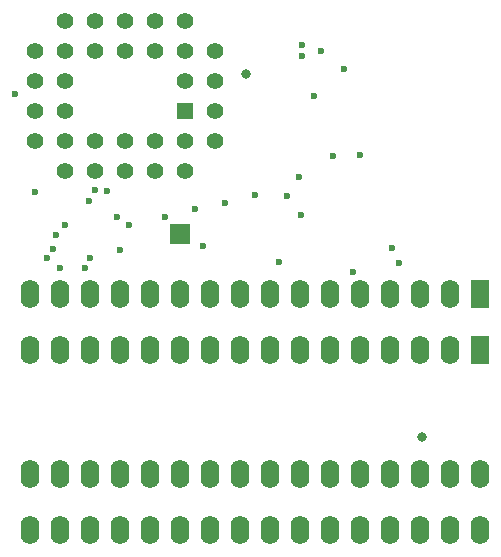
<source format=gbr>
%TF.GenerationSoftware,KiCad,Pcbnew,8.0.1-8.0.1-1~ubuntu22.04.1*%
%TF.CreationDate,2024-03-26T21:41:53+01:00*%
%TF.ProjectId,flash,666c6173-682e-46b6-9963-61645f706362,rev?*%
%TF.SameCoordinates,Original*%
%TF.FileFunction,Copper,L2,Inr*%
%TF.FilePolarity,Positive*%
%FSLAX46Y46*%
G04 Gerber Fmt 4.6, Leading zero omitted, Abs format (unit mm)*
G04 Created by KiCad (PCBNEW 8.0.1-8.0.1-1~ubuntu22.04.1) date 2024-03-26 21:41:53*
%MOMM*%
%LPD*%
G01*
G04 APERTURE LIST*
%TA.AperFunction,ComponentPad*%
%ADD10R,1.422400X1.422400*%
%TD*%
%TA.AperFunction,ComponentPad*%
%ADD11C,1.422400*%
%TD*%
%TA.AperFunction,ComponentPad*%
%ADD12R,1.600000X2.400000*%
%TD*%
%TA.AperFunction,ComponentPad*%
%ADD13O,1.600000X2.400000*%
%TD*%
%TA.AperFunction,ComponentPad*%
%ADD14R,1.700000X1.700000*%
%TD*%
%TA.AperFunction,ViaPad*%
%ADD15C,0.800000*%
%TD*%
%TA.AperFunction,ViaPad*%
%ADD16C,0.600000*%
%TD*%
G04 APERTURE END LIST*
D10*
%TO.N,/A18*%
%TO.C,U2*%
X214426800Y-168656000D03*
D11*
%TO.N,/A16*%
X216966800Y-166116000D03*
%TO.N,/A15*%
X214426800Y-166116000D03*
%TO.N,/A12*%
X216966800Y-163576000D03*
%TO.N,/A7*%
X214426800Y-161036000D03*
%TO.N,/A6*%
X214426800Y-163576000D03*
%TO.N,/A5*%
X211886800Y-161036000D03*
%TO.N,/A4*%
X211886800Y-163576000D03*
%TO.N,/A3*%
X209346800Y-161036000D03*
%TO.N,/A2*%
X209346800Y-163576000D03*
%TO.N,/A1*%
X206806800Y-161036000D03*
%TO.N,/A0*%
X206806800Y-163576000D03*
%TO.N,/D0*%
X204266800Y-161036000D03*
%TO.N,/D1*%
X201726800Y-163576000D03*
%TO.N,/D2*%
X204266800Y-163576000D03*
%TO.N,GND*%
X201726800Y-166116000D03*
%TO.N,/D3*%
X204266800Y-166116000D03*
%TO.N,/D4*%
X201726800Y-168656000D03*
%TO.N,/D5*%
X204266800Y-168656000D03*
%TO.N,/D6*%
X201726800Y-171196000D03*
%TO.N,/D7*%
X204266800Y-173736000D03*
%TO.N,/~{CS_ROM}*%
X204266800Y-171196000D03*
%TO.N,/A10*%
X206806800Y-173736000D03*
%TO.N,/~{OE}*%
X206806800Y-171196000D03*
%TO.N,/A11*%
X209346800Y-173736000D03*
%TO.N,/A9*%
X209346800Y-171196000D03*
%TO.N,/A8*%
X211886800Y-173736000D03*
%TO.N,/A13*%
X211886800Y-171196000D03*
%TO.N,/A14*%
X214426800Y-173736000D03*
%TO.N,/A17*%
X216966800Y-171196000D03*
%TO.N,/~{WE}*%
X214426800Y-171196000D03*
%TO.N,VCC*%
X216966800Y-168656000D03*
%TD*%
D12*
%TO.N,/A18*%
%TO.C,U1*%
X239395000Y-184150000D03*
D13*
%TO.N,/A16*%
X236855000Y-184150000D03*
%TO.N,/A14*%
X234315000Y-184150000D03*
%TO.N,/A12*%
X231775000Y-184150000D03*
%TO.N,/A7*%
X229235000Y-184150000D03*
%TO.N,/A6*%
X226695000Y-184150000D03*
%TO.N,/A5*%
X224155000Y-184150000D03*
%TO.N,/A4*%
X221615000Y-184150000D03*
%TO.N,/A3*%
X219075000Y-184150000D03*
%TO.N,/A2*%
X216535000Y-184150000D03*
%TO.N,/A1*%
X213995000Y-184150000D03*
%TO.N,/A0*%
X211455000Y-184150000D03*
%TO.N,/D0*%
X208915000Y-184150000D03*
%TO.N,/D1*%
X206375000Y-184150000D03*
%TO.N,/D2*%
X203835000Y-184150000D03*
%TO.N,GND*%
X201295000Y-184150000D03*
%TO.N,/D3*%
X201295000Y-199390000D03*
%TO.N,/D4*%
X203835000Y-199390000D03*
%TO.N,/D5*%
X206375000Y-199390000D03*
%TO.N,/D6*%
X208915000Y-199390000D03*
%TO.N,/D7*%
X211455000Y-199390000D03*
%TO.N,/~{CE}*%
X213995000Y-199390000D03*
%TO.N,/A10*%
X216535000Y-199390000D03*
%TO.N,/~{OE}*%
X219075000Y-199390000D03*
%TO.N,/A11*%
X221615000Y-199390000D03*
%TO.N,/A9*%
X224155000Y-199390000D03*
%TO.N,/A8*%
X226695000Y-199390000D03*
%TO.N,/A13*%
X229235000Y-199390000D03*
%TO.N,/~{WE}*%
X231775000Y-199390000D03*
%TO.N,/A17*%
X234315000Y-199390000D03*
%TO.N,/A15*%
X236855000Y-199390000D03*
%TO.N,VCC*%
X239395000Y-199390000D03*
%TD*%
%TO.N,VCC*%
%TO.C,U3*%
X239369600Y-204090000D03*
%TO.N,/A15*%
X236829600Y-204090000D03*
%TO.N,/A17*%
X234289600Y-204090000D03*
%TO.N,/~{WE}*%
X231749600Y-204090000D03*
%TO.N,/A13*%
X229209600Y-204090000D03*
%TO.N,/A8*%
X226669600Y-204090000D03*
%TO.N,/A9*%
X224129600Y-204090000D03*
%TO.N,/A11*%
X221589600Y-204090000D03*
%TO.N,/~{OE}*%
X219049600Y-204090000D03*
%TO.N,/A10*%
X216509600Y-204090000D03*
%TO.N,/~{CE}*%
X213969600Y-204090000D03*
%TO.N,/D7*%
X211429600Y-204090000D03*
%TO.N,/D6*%
X208889600Y-204090000D03*
%TO.N,/D5*%
X206349600Y-204090000D03*
%TO.N,/D4*%
X203809600Y-204090000D03*
%TO.N,/D3*%
X201269600Y-204090000D03*
%TO.N,GND*%
X201269600Y-188850000D03*
%TO.N,/D2*%
X203809600Y-188850000D03*
%TO.N,/D1*%
X206349600Y-188850000D03*
%TO.N,/D0*%
X208889600Y-188850000D03*
%TO.N,/A0*%
X211429600Y-188850000D03*
%TO.N,/A1*%
X213969600Y-188850000D03*
%TO.N,/A2*%
X216509600Y-188850000D03*
%TO.N,/A3*%
X219049600Y-188850000D03*
%TO.N,/A4*%
X221589600Y-188850000D03*
%TO.N,/A5*%
X224129600Y-188850000D03*
%TO.N,/A6*%
X226669600Y-188850000D03*
%TO.N,/A7*%
X229209600Y-188850000D03*
%TO.N,/A12*%
X231749600Y-188850000D03*
%TO.N,/A14*%
X234289600Y-188850000D03*
%TO.N,/A16*%
X236829600Y-188850000D03*
D12*
%TO.N,/A18*%
X239369600Y-188850000D03*
%TD*%
D14*
%TO.N,/~{CS_ROM}*%
%TO.C,CS_ROM*%
X213995000Y-179070000D03*
%TD*%
D15*
%TO.N,GND*%
X234442000Y-196215000D03*
D16*
%TO.N,/A15*%
X225298000Y-167386000D03*
%TO.N,/A7*%
X225948001Y-163576000D03*
%TO.N,/A12*%
X227895000Y-165100000D03*
%TO.N,/A6*%
X224286000Y-163957000D03*
%TO.N,/A5*%
X224282000Y-163068000D03*
%TO.N,/A15*%
X228600000Y-182245000D03*
%TO.N,/A17*%
X229209600Y-172364400D03*
%TO.N,/~{WE}*%
X226949000Y-172466000D03*
%TO.N,/A13*%
X224028000Y-174244000D03*
%TO.N,/A8*%
X224194755Y-177425997D03*
%TO.N,/A16*%
X232562400Y-181508408D03*
X222351600Y-181457600D03*
%TO.N,/A14*%
X231902000Y-180212996D03*
X215950800Y-180086000D03*
%TO.N,/A9*%
X223062800Y-175869600D03*
D15*
%TO.N,GND*%
X219583000Y-165481000D03*
D16*
%TO.N,/A11*%
X220370398Y-175768000D03*
%TO.N,/A1*%
X212750400Y-177596800D03*
X208686400Y-177596800D03*
%TO.N,/A10*%
X215300800Y-176910996D03*
X206303434Y-176249728D03*
%TO.N,/~{OE}*%
X207822800Y-175412400D03*
X217779600Y-176418000D03*
%TO.N,/D7*%
X204266800Y-178308000D03*
X209651600Y-178308000D03*
%TO.N,/D6*%
X201726800Y-175514000D03*
X206806800Y-175358968D03*
%TO.N,/D3*%
X200063800Y-167216620D03*
%TO.N,/D2*%
X203860400Y-181965600D03*
X205928000Y-181965600D03*
%TO.N,/D0*%
X203250800Y-180340000D03*
X208889600Y-180390800D03*
%TO.N,/D1*%
X202742800Y-181102000D03*
X206400401Y-181101999D03*
%TO.N,/~{CS_ROM}*%
X203504800Y-179120800D03*
%TD*%
M02*

</source>
